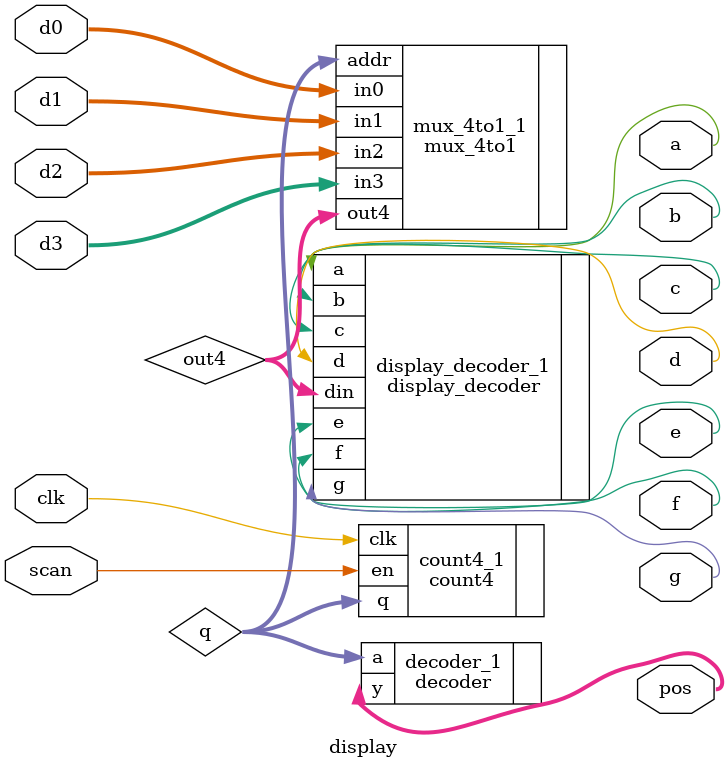
<source format=v>
module display(clk,scan,d0,d1,d2,d3,pos,a,b,c,d,e,f,g);
input clk,scan;
input [3:0] d0,d1,d2,d3;
wire [3:0] out4;
wire [1:0] q;
output wire [3:0]pos;
output wire a,b,c,d,e,f,g;
count4 count4_1(.en(scan),.clk(clk),.q(q));
mux_4to1 mux_4to1_1(.in0(d0),.in1(d1),.in2(d2),.in3(d3),.addr(q),.out4(out4));
display_decoder display_decoder_1(.din(out4),.a(a),.b(b),.c(c),.d(d),.e(e),.f(f),.g(g));
decoder decoder_1(.a(q),.y(pos));
endmodule

</source>
